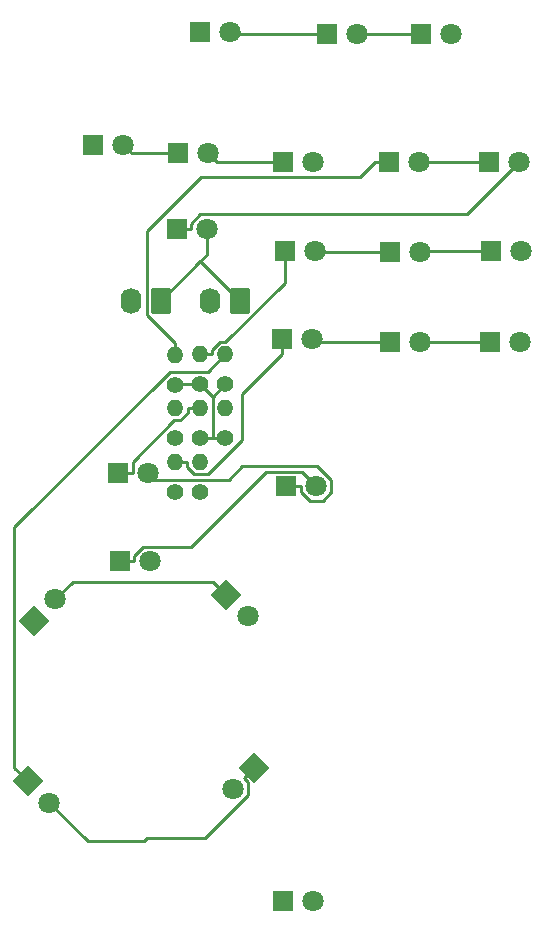
<source format=gbr>
%TF.GenerationSoftware,KiCad,Pcbnew,(6.0.7-1)-1*%
%TF.CreationDate,2023-10-29T11:46:32+10:00*%
%TF.ProjectId,Landing Gear Panel PCB V2,4c616e64-696e-4672-9047-656172205061,rev?*%
%TF.SameCoordinates,Original*%
%TF.FileFunction,Copper,L2,Bot*%
%TF.FilePolarity,Positive*%
%FSLAX46Y46*%
G04 Gerber Fmt 4.6, Leading zero omitted, Abs format (unit mm)*
G04 Created by KiCad (PCBNEW (6.0.7-1)-1) date 2023-10-29 11:46:32*
%MOMM*%
%LPD*%
G01*
G04 APERTURE LIST*
G04 Aperture macros list*
%AMRoundRect*
0 Rectangle with rounded corners*
0 $1 Rounding radius*
0 $2 $3 $4 $5 $6 $7 $8 $9 X,Y pos of 4 corners*
0 Add a 4 corners polygon primitive as box body*
4,1,4,$2,$3,$4,$5,$6,$7,$8,$9,$2,$3,0*
0 Add four circle primitives for the rounded corners*
1,1,$1+$1,$2,$3*
1,1,$1+$1,$4,$5*
1,1,$1+$1,$6,$7*
1,1,$1+$1,$8,$9*
0 Add four rect primitives between the rounded corners*
20,1,$1+$1,$2,$3,$4,$5,0*
20,1,$1+$1,$4,$5,$6,$7,0*
20,1,$1+$1,$6,$7,$8,$9,0*
20,1,$1+$1,$8,$9,$2,$3,0*%
%AMRotRect*
0 Rectangle, with rotation*
0 The origin of the aperture is its center*
0 $1 length*
0 $2 width*
0 $3 Rotation angle, in degrees counterclockwise*
0 Add horizontal line*
21,1,$1,$2,0,0,$3*%
G04 Aperture macros list end*
%TA.AperFunction,ComponentPad*%
%ADD10RoundRect,0.250000X0.620000X0.845000X-0.620000X0.845000X-0.620000X-0.845000X0.620000X-0.845000X0*%
%TD*%
%TA.AperFunction,ComponentPad*%
%ADD11O,1.740000X2.190000*%
%TD*%
%TA.AperFunction,ComponentPad*%
%ADD12R,1.800000X1.800000*%
%TD*%
%TA.AperFunction,ComponentPad*%
%ADD13C,1.800000*%
%TD*%
%TA.AperFunction,ComponentPad*%
%ADD14RotRect,1.800000X1.800000X45.000000*%
%TD*%
%TA.AperFunction,ComponentPad*%
%ADD15RotRect,1.800000X1.800000X315.000000*%
%TD*%
%TA.AperFunction,ComponentPad*%
%ADD16RotRect,1.800000X1.800000X225.000000*%
%TD*%
%TA.AperFunction,ComponentPad*%
%ADD17C,1.400000*%
%TD*%
%TA.AperFunction,ComponentPad*%
%ADD18O,1.400000X1.400000*%
%TD*%
%TA.AperFunction,Conductor*%
%ADD19C,0.250000*%
%TD*%
G04 APERTURE END LIST*
D10*
%TO.P,J4,1,Pin_1*%
%TO.N,/LED+12V*%
X80950000Y-65552000D03*
D11*
%TO.P,J4,2,Pin_2*%
%TO.N,/LED-12V*%
X78410000Y-65552000D03*
%TD*%
D10*
%TO.P,J3,1,Pin_1*%
%TO.N,/LED+12V*%
X87630000Y-65552000D03*
D11*
%TO.P,J3,2,Pin_2*%
%TO.N,/LED-12V*%
X85090000Y-65552000D03*
%TD*%
D12*
%TO.P,D1,1,K*%
%TO.N,Net-(D1-Pad1)*%
X84225000Y-42850000D03*
D13*
%TO.P,D1,2,A*%
%TO.N,Net-(D1-Pad2)*%
X86765000Y-42850000D03*
%TD*%
D12*
%TO.P,D2,1,K*%
%TO.N,Net-(D1-Pad2)*%
X94975000Y-42950000D03*
D13*
%TO.P,D2,2,A*%
%TO.N,Net-(D2-Pad2)*%
X97515000Y-42950000D03*
%TD*%
D12*
%TO.P,D3,1,K*%
%TO.N,Net-(D2-Pad2)*%
X102975000Y-43000000D03*
D13*
%TO.P,D3,2,A*%
%TO.N,/LED+12V*%
X105515000Y-43000000D03*
%TD*%
D12*
%TO.P,D4,1,K*%
%TO.N,Net-(D4-Pad1)*%
X75222200Y-52376800D03*
D13*
%TO.P,D4,2,A*%
%TO.N,Net-(D4-Pad2)*%
X77762200Y-52376800D03*
%TD*%
D12*
%TO.P,D5,1,K*%
%TO.N,Net-(D4-Pad2)*%
X82385000Y-53088000D03*
D13*
%TO.P,D5,2,A*%
%TO.N,Net-(D5-Pad2)*%
X84925000Y-53088000D03*
%TD*%
D12*
%TO.P,D6,1,K*%
%TO.N,Net-(D5-Pad2)*%
X91275000Y-53850000D03*
D13*
%TO.P,D6,2,A*%
%TO.N,/LED+12V*%
X93815000Y-53850000D03*
%TD*%
D12*
%TO.P,D7,1,K*%
%TO.N,Net-(D7-Pad1)*%
X100267000Y-53850000D03*
D13*
%TO.P,D7,2,A*%
%TO.N,Net-(D7-Pad2)*%
X102807000Y-53850000D03*
%TD*%
D12*
%TO.P,D8,1,K*%
%TO.N,Net-(D7-Pad2)*%
X108739000Y-53824800D03*
D13*
%TO.P,D8,2,A*%
%TO.N,Net-(D8-Pad2)*%
X111279000Y-53824800D03*
%TD*%
D12*
%TO.P,D9,1,K*%
%TO.N,Net-(D8-Pad2)*%
X82283400Y-59488800D03*
D13*
%TO.P,D9,2,A*%
%TO.N,/LED+12V*%
X84823400Y-59488800D03*
%TD*%
D12*
%TO.P,D10,1,K*%
%TO.N,Net-(D10-Pad1)*%
X91415800Y-61394000D03*
D13*
%TO.P,D10,2,A*%
%TO.N,Net-(D10-Pad2)*%
X93955800Y-61394000D03*
%TD*%
D12*
%TO.P,D11,1,K*%
%TO.N,Net-(D10-Pad2)*%
X100368000Y-61470000D03*
D13*
%TO.P,D11,2,A*%
%TO.N,Net-(D11-Pad2)*%
X102908000Y-61470000D03*
%TD*%
D12*
%TO.P,D12,1,K*%
%TO.N,Net-(D11-Pad2)*%
X108891000Y-61394000D03*
D13*
%TO.P,D12,2,A*%
%TO.N,/LED+12V*%
X111431000Y-61394000D03*
%TD*%
D12*
%TO.P,D13,1,K*%
%TO.N,Net-(D13-Pad1)*%
X91225000Y-68850000D03*
D13*
%TO.P,D13,2,A*%
%TO.N,Net-(D13-Pad2)*%
X93765000Y-68850000D03*
%TD*%
D12*
%TO.P,D14,1,K*%
%TO.N,Net-(D13-Pad2)*%
X100368000Y-69090000D03*
D13*
%TO.P,D14,2,A*%
%TO.N,Net-(D14-Pad2)*%
X102908000Y-69090000D03*
%TD*%
D12*
%TO.P,D15,1,K*%
%TO.N,Net-(D14-Pad2)*%
X108852000Y-69039200D03*
D13*
%TO.P,D15,2,A*%
%TO.N,/LED+12V*%
X111392000Y-69039200D03*
%TD*%
D12*
%TO.P,D16,1,K*%
%TO.N,Net-(D16-Pad1)*%
X77330600Y-80166000D03*
D13*
%TO.P,D16,2,A*%
%TO.N,Net-(D16-Pad2)*%
X79870600Y-80166000D03*
%TD*%
D12*
%TO.P,D17,1,K*%
%TO.N,Net-(D16-Pad2)*%
X91580600Y-81266000D03*
D13*
%TO.P,D17,2,A*%
%TO.N,Net-(D17-Pad2)*%
X94120600Y-81266000D03*
%TD*%
D12*
%TO.P,D18,1,K*%
%TO.N,Net-(D17-Pad2)*%
X77480600Y-87621200D03*
D13*
%TO.P,D18,2,A*%
%TO.N,/LED+12V*%
X80020600Y-87621200D03*
%TD*%
D14*
%TO.P,D19,1,K*%
%TO.N,Net-(D19-Pad1)*%
X70198400Y-92651600D03*
D13*
%TO.P,D19,2,A*%
%TO.N,Net-(D19-Pad2)*%
X71994451Y-90855549D03*
%TD*%
D15*
%TO.P,D20,1,K*%
%TO.N,Net-(D19-Pad2)*%
X86498400Y-90448400D03*
D13*
%TO.P,D20,2,A*%
%TO.N,/LED+12V*%
X88294451Y-92244451D03*
%TD*%
D15*
%TO.P,D21,1,K*%
%TO.N,Net-(D21-Pad1)*%
X69708200Y-106265000D03*
D13*
%TO.P,D21,2,A*%
%TO.N,Net-(D21-Pad2)*%
X71504251Y-108061051D03*
%TD*%
D16*
%TO.P,D22,1,K*%
%TO.N,Net-(D21-Pad2)*%
X88850000Y-105150000D03*
D13*
%TO.P,D22,2,A*%
%TO.N,Net-(D22-Pad2)*%
X87053949Y-106946051D03*
%TD*%
D12*
%TO.P,D23,1,K*%
%TO.N,Net-(D22-Pad2)*%
X91275000Y-116400000D03*
D13*
%TO.P,D23,2,A*%
%TO.N,/LED+12V*%
X93815000Y-116400000D03*
%TD*%
D17*
%TO.P,R1,1*%
%TO.N,/LED-12V*%
X86400000Y-77220000D03*
D18*
%TO.P,R1,2*%
%TO.N,Net-(D1-Pad1)*%
X86400000Y-74680000D03*
%TD*%
D17*
%TO.P,R5,1*%
%TO.N,/LED-12V*%
X82100000Y-81770000D03*
D18*
%TO.P,R5,2*%
%TO.N,Net-(D13-Pad1)*%
X82100000Y-79230000D03*
%TD*%
D17*
%TO.P,R3,1*%
%TO.N,/LED-12V*%
X82100000Y-72670000D03*
D18*
%TO.P,R3,2*%
%TO.N,Net-(D7-Pad1)*%
X82100000Y-70130000D03*
%TD*%
D17*
%TO.P,R8,1*%
%TO.N,/LED-12V*%
X86400000Y-72660000D03*
D18*
%TO.P,R8,2*%
%TO.N,Net-(D21-Pad1)*%
X86400000Y-70120000D03*
%TD*%
D17*
%TO.P,R7,1*%
%TO.N,/LED-12V*%
X84250000Y-81770000D03*
D18*
%TO.P,R7,2*%
%TO.N,Net-(D19-Pad1)*%
X84250000Y-79230000D03*
%TD*%
D17*
%TO.P,R2,1*%
%TO.N,/LED-12V*%
X82100000Y-77220000D03*
D18*
%TO.P,R2,2*%
%TO.N,Net-(D4-Pad1)*%
X82100000Y-74680000D03*
%TD*%
D17*
%TO.P,R4,1*%
%TO.N,/LED-12V*%
X84250000Y-72660000D03*
D18*
%TO.P,R4,2*%
%TO.N,Net-(D10-Pad1)*%
X84250000Y-70120000D03*
%TD*%
D17*
%TO.P,R6,1*%
%TO.N,/LED-12V*%
X84250000Y-77220000D03*
D18*
%TO.P,R6,2*%
%TO.N,Net-(D16-Pad1)*%
X84250000Y-74680000D03*
%TD*%
D19*
%TO.N,/LED-12V*%
X82110000Y-72660000D02*
X82100000Y-72670000D01*
X84250000Y-72660000D02*
X82110000Y-72660000D01*
X84250000Y-77220000D02*
X85325000Y-77220000D01*
X85325000Y-77220000D02*
X86400000Y-77220000D01*
X85325000Y-77220000D02*
X85325000Y-73735000D01*
X85325000Y-73735000D02*
X84250000Y-72660000D01*
X85325000Y-73735000D02*
X86400000Y-72660000D01*
%TO.N,Net-(D21-Pad1)*%
X68547900Y-105104700D02*
X69708200Y-106265000D01*
X68547900Y-84756200D02*
X68547900Y-105104700D01*
X81724000Y-71580100D02*
X68547900Y-84756200D01*
X84939900Y-71580100D02*
X81724000Y-71580100D01*
X86400000Y-70120000D02*
X84939900Y-71580100D01*
%TO.N,Net-(D16-Pad1)*%
X78555900Y-79238000D02*
X78555900Y-80166000D01*
X82088600Y-75705300D02*
X78555900Y-79238000D01*
X82584000Y-75705300D02*
X82088600Y-75705300D01*
X83224700Y-75064600D02*
X82584000Y-75705300D01*
X83224700Y-74680000D02*
X83224700Y-75064600D01*
X84250000Y-74680000D02*
X83224700Y-74680000D01*
X77330600Y-80166000D02*
X78555900Y-80166000D01*
%TO.N,Net-(D13-Pad1)*%
X87825100Y-73475200D02*
X91225000Y-70075300D01*
X87825100Y-77340700D02*
X87825100Y-73475200D01*
X84903900Y-80261900D02*
X87825100Y-77340700D01*
X83772700Y-80261900D02*
X84903900Y-80261900D01*
X83125300Y-79614500D02*
X83772700Y-80261900D01*
X83125300Y-79230000D02*
X83125300Y-79614500D01*
X82100000Y-79230000D02*
X83125300Y-79230000D01*
X91225000Y-68850000D02*
X91225000Y-70075300D01*
%TO.N,Net-(D10-Pad1)*%
X91415800Y-64051600D02*
X91415800Y-61394000D01*
X86372700Y-69094700D02*
X91415800Y-64051600D01*
X85916000Y-69094700D02*
X86372700Y-69094700D01*
X85275300Y-69735400D02*
X85916000Y-69094700D01*
X85275300Y-70120000D02*
X85275300Y-69735400D01*
X84250000Y-70120000D02*
X85275300Y-70120000D01*
%TO.N,Net-(D7-Pad1)*%
X97816400Y-55075300D02*
X99041700Y-53850000D01*
X84349600Y-55075300D02*
X97816400Y-55075300D01*
X79735900Y-59689000D02*
X84349600Y-55075300D01*
X79735900Y-66740600D02*
X79735900Y-59689000D01*
X82100000Y-69104700D02*
X79735900Y-66740600D01*
X82100000Y-70130000D02*
X82100000Y-69104700D01*
X100267000Y-53850000D02*
X99041700Y-53850000D01*
%TO.N,/LED+12V*%
X87630000Y-65552000D02*
X84290000Y-62212000D01*
X84823400Y-61678600D02*
X84290000Y-62212000D01*
X84823400Y-59488800D02*
X84823400Y-61678600D01*
X84290000Y-62212000D02*
X80950000Y-65552000D01*
%TO.N,Net-(D21-Pad2)*%
X74761600Y-111318400D02*
X71504300Y-108061100D01*
X79542400Y-111318400D02*
X74761600Y-111318400D01*
X79803600Y-111057200D02*
X79542400Y-111318400D01*
X84697300Y-111057200D02*
X79803600Y-111057200D01*
X88308500Y-107446000D02*
X84697300Y-111057200D01*
X88308500Y-106341300D02*
X88308500Y-107446000D01*
X87983600Y-106016400D02*
X88308500Y-106341300D01*
X88850000Y-105150000D02*
X87983600Y-106016400D01*
%TO.N,Net-(D19-Pad2)*%
X73499700Y-89350300D02*
X71994500Y-90855500D01*
X85400300Y-89350300D02*
X73499700Y-89350300D01*
X86498400Y-90448400D02*
X85400300Y-89350300D01*
%TO.N,Net-(D17-Pad2)*%
X77480600Y-87621200D02*
X78705900Y-87621200D01*
X92895200Y-80040600D02*
X94120600Y-81266000D01*
X89821300Y-80040600D02*
X92895200Y-80040600D01*
X83466000Y-86395900D02*
X89821300Y-80040600D01*
X79471600Y-86395900D02*
X83466000Y-86395900D01*
X78705900Y-87161600D02*
X79471600Y-86395900D01*
X78705900Y-87621200D02*
X78705900Y-87161600D01*
%TO.N,Net-(D16-Pad2)*%
X80449200Y-80744600D02*
X79870600Y-80166000D01*
X86676200Y-80744600D02*
X80449200Y-80744600D01*
X87830600Y-79590200D02*
X86676200Y-80744600D01*
X94205000Y-79590200D02*
X87830600Y-79590200D01*
X95347900Y-80733100D02*
X94205000Y-79590200D01*
X95347900Y-81799900D02*
X95347900Y-80733100D01*
X94649500Y-82498300D02*
X95347900Y-81799900D01*
X93578700Y-82498300D02*
X94649500Y-82498300D01*
X92805900Y-81725500D02*
X93578700Y-82498300D01*
X92805900Y-81266000D02*
X92805900Y-81725500D01*
X91580600Y-81266000D02*
X92805900Y-81266000D01*
%TO.N,Net-(D14-Pad2)*%
X102958800Y-69039200D02*
X102908000Y-69090000D01*
X108852000Y-69039200D02*
X102958800Y-69039200D01*
%TO.N,Net-(D13-Pad2)*%
X94005000Y-69090000D02*
X93765000Y-68850000D01*
X100368000Y-69090000D02*
X94005000Y-69090000D01*
%TO.N,Net-(D11-Pad2)*%
X102984000Y-61394000D02*
X102908000Y-61470000D01*
X108891000Y-61394000D02*
X102984000Y-61394000D01*
%TO.N,Net-(D10-Pad2)*%
X94031800Y-61470000D02*
X93955800Y-61394000D01*
X100368000Y-61470000D02*
X94031800Y-61470000D01*
%TO.N,Net-(D8-Pad2)*%
X106840300Y-58263500D02*
X111279000Y-53824800D01*
X84274400Y-58263500D02*
X106840300Y-58263500D01*
X83508700Y-59029200D02*
X84274400Y-58263500D01*
X83508700Y-59488800D02*
X83508700Y-59029200D01*
X82283400Y-59488800D02*
X83508700Y-59488800D01*
%TO.N,Net-(D7-Pad2)*%
X102832200Y-53824800D02*
X102807000Y-53850000D01*
X108739000Y-53824800D02*
X102832200Y-53824800D01*
%TO.N,Net-(D5-Pad2)*%
X85687000Y-53850000D02*
X84925000Y-53088000D01*
X91275000Y-53850000D02*
X85687000Y-53850000D01*
%TO.N,Net-(D4-Pad2)*%
X78473400Y-53088000D02*
X77762200Y-52376800D01*
X82385000Y-53088000D02*
X78473400Y-53088000D01*
%TO.N,Net-(D2-Pad2)*%
X97565000Y-43000000D02*
X97515000Y-42950000D01*
X102975000Y-43000000D02*
X97565000Y-43000000D01*
%TO.N,Net-(D1-Pad2)*%
X86865000Y-42950000D02*
X86765000Y-42850000D01*
X94975000Y-42950000D02*
X86865000Y-42950000D01*
%TD*%
M02*

</source>
